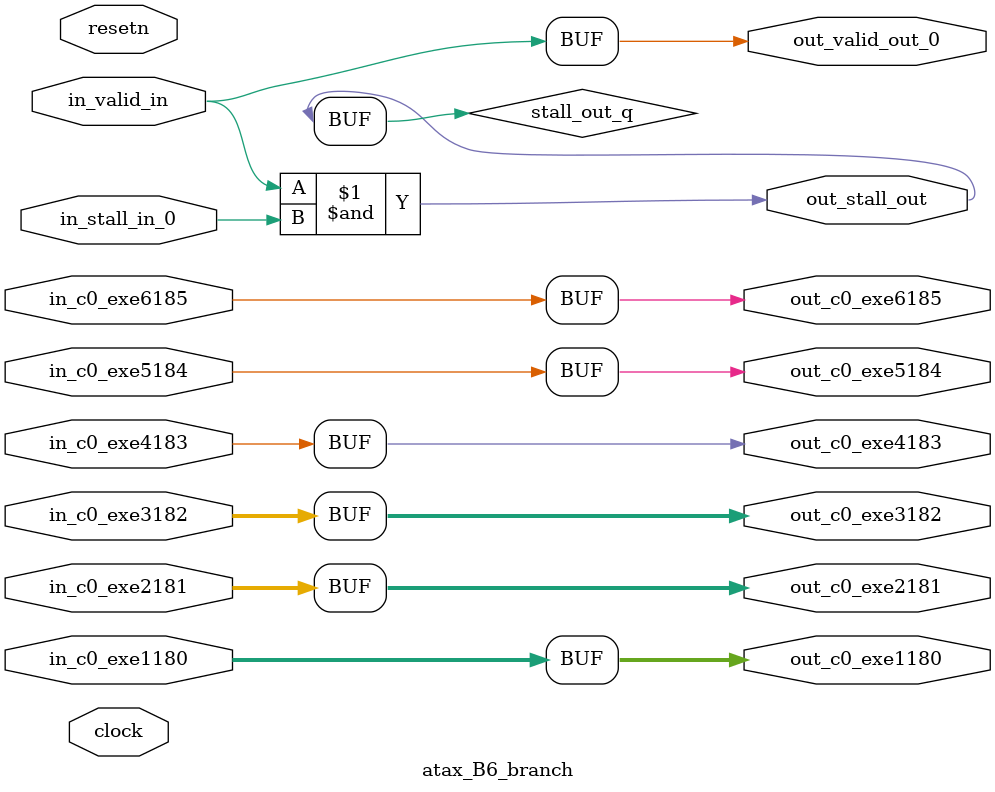
<source format=sv>



(* altera_attribute = "-name AUTO_SHIFT_REGISTER_RECOGNITION OFF; -name MESSAGE_DISABLE 10036; -name MESSAGE_DISABLE 10037; -name MESSAGE_DISABLE 14130; -name MESSAGE_DISABLE 14320; -name MESSAGE_DISABLE 15400; -name MESSAGE_DISABLE 14130; -name MESSAGE_DISABLE 10036; -name MESSAGE_DISABLE 12020; -name MESSAGE_DISABLE 12030; -name MESSAGE_DISABLE 12010; -name MESSAGE_DISABLE 12110; -name MESSAGE_DISABLE 14320; -name MESSAGE_DISABLE 13410; -name MESSAGE_DISABLE 113007; -name MESSAGE_DISABLE 10958" *)
module atax_B6_branch (
    input wire [63:0] in_c0_exe1180,
    input wire [63:0] in_c0_exe2181,
    input wire [31:0] in_c0_exe3182,
    input wire [0:0] in_c0_exe4183,
    input wire [0:0] in_c0_exe5184,
    input wire [0:0] in_c0_exe6185,
    input wire [0:0] in_stall_in_0,
    input wire [0:0] in_valid_in,
    output wire [63:0] out_c0_exe1180,
    output wire [63:0] out_c0_exe2181,
    output wire [31:0] out_c0_exe3182,
    output wire [0:0] out_c0_exe4183,
    output wire [0:0] out_c0_exe5184,
    output wire [0:0] out_c0_exe6185,
    output wire [0:0] out_stall_out,
    output wire [0:0] out_valid_out_0,
    input wire clock,
    input wire resetn
    );

    wire [0:0] stall_out_q;


    // out_c0_exe1180(GPOUT,10)
    assign out_c0_exe1180 = in_c0_exe1180;

    // out_c0_exe2181(GPOUT,11)
    assign out_c0_exe2181 = in_c0_exe2181;

    // out_c0_exe3182(GPOUT,12)
    assign out_c0_exe3182 = in_c0_exe3182;

    // out_c0_exe4183(GPOUT,13)
    assign out_c0_exe4183 = in_c0_exe4183;

    // out_c0_exe5184(GPOUT,14)
    assign out_c0_exe5184 = in_c0_exe5184;

    // out_c0_exe6185(GPOUT,15)
    assign out_c0_exe6185 = in_c0_exe6185;

    // stall_out(LOGICAL,18)
    assign stall_out_q = in_valid_in & in_stall_in_0;

    // out_stall_out(GPOUT,16)
    assign out_stall_out = stall_out_q;

    // out_valid_out_0(GPOUT,17)
    assign out_valid_out_0 = in_valid_in;

endmodule

</source>
